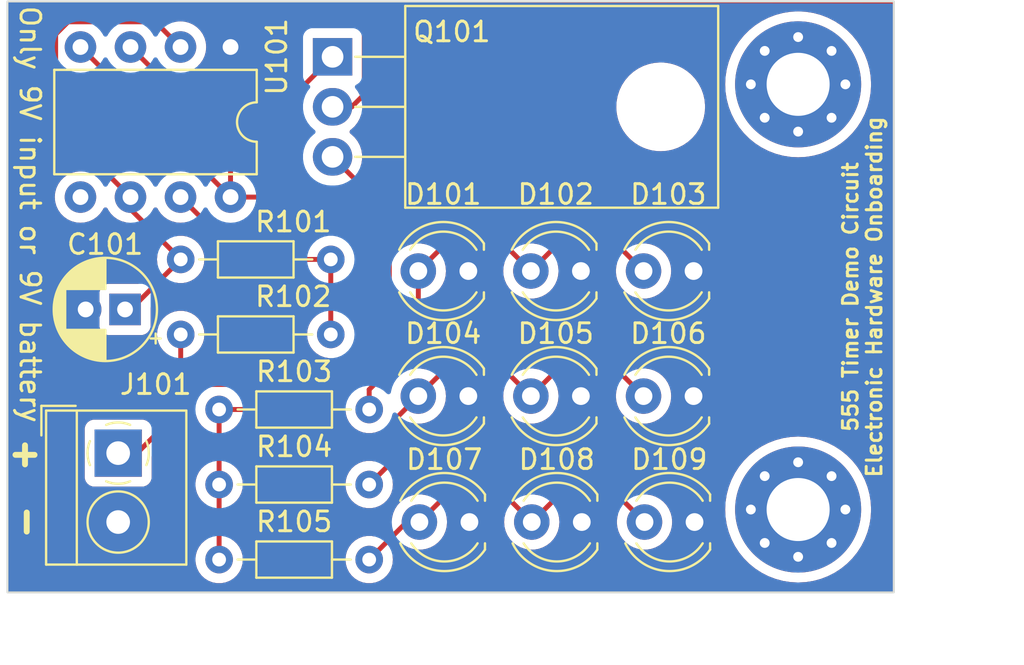
<source format=kicad_pcb>
(kicad_pcb (version 20221018) (generator pcbnew)
  (title_block (title "555 Timer Demo Circuit") (date "2023-12-22") (rev "A") (company "Illinois Space Society") (comment 4 "Contributors: Thomas McManamen, Jason Yan"))
  (layers (0 "F.Cu" signal) (31 "B.Cu" signal) (34 "B.Paste" user) (35 "F.Paste" user) (36 "B.SilkS" user "B.Silkscreen") (37 "F.SilkS" user "F.Silkscreen") (38 "B.Mask" user) (39 "F.Mask" user) (44 "Edge.Cuts" user))
  (net 0 "")
  (net 1 "/THR")
  (net 2 "GND")
  (net 3 "+9V")
  (net 4 "Net-(D101-A)")
  (net 5 "Net-(D104-A)")
  (net 6 "Net-(D107-A)")
  (net 7 "Net-(Q101-G)")
  (net 8 "Net-(U101-DIS)")
  (net 10 "Net-(Q101-S)")
  (footprint "Capacitor_THT:CP_Radial_D5.0mm_P2.00mm" (layer "F.Cu") (at 85.643 69.977 180)
    (fp_text reference "C101" (at 1.016 3.302) (layer "F.SilkS"))
    (fp_text value "10uf")
    (fp_line (start -1.804775 -1.475) (end -1.304775 -1.475) (stroke (width 0.12)) (layer "F.SilkS"))
    (fp_line (start -1.554775 -1.725) (end -1.554775 -1.225) (stroke (width 0.12)) (layer "F.SilkS"))
    (fp_line (start 1 -2.58) (end 1 -1.04) (stroke (width 0.12)) (layer "F.SilkS"))
    (fp_line (start 1 1.04) (end 1 2.58) (stroke (width 0.12)) (layer "F.SilkS"))
    (fp_line (start 1.04 -2.58) (end 1.04 -1.04) (stroke (width 0.12)) (layer "F.SilkS"))
    (fp_line (start 1.04 1.04) (end 1.04 2.58) (stroke (width 0.12)) (layer "F.SilkS"))
    (fp_line (start 1.08 -2.579) (end 1.08 -1.04) (stroke (width 0.12)) (layer "F.SilkS"))
    (fp_line (start 1.08 1.04) (end 1.08 2.579) (stroke (width 0.12)) (layer "F.SilkS"))
    (fp_line (start 1.12 -2.578) (end 1.12 -1.04) (stroke (width 0.12)) (layer "F.SilkS"))
    (fp_line (start 1.12 1.04) (end 1.12 2.578) (stroke (width 0.12)) (layer "F.SilkS"))
    (fp_line (start 1.16 -2.576) (end 1.16 -1.04) (stroke (width 0.12)) (layer "F.SilkS"))
    (fp_line (start 1.16 1.04) (end 1.16 2.576) (stroke (width 0.12)) (layer "F.SilkS"))
    (fp_line (start 1.2 -2.573) (end 1.2 -1.04) (stroke (width 0.12)) (layer "F.SilkS"))
    (fp_line (start 1.2 1.04) (end 1.2 2.573) (stroke (width 0.12)) (layer "F.SilkS"))
    (fp_line (start 1.24 -2.569) (end 1.24 -1.04) (stroke (width 0.12)) (layer "F.SilkS"))
    (fp_line (start 1.24 1.04) (end 1.24 2.569) (stroke (width 0.12)) (layer "F.SilkS"))
    (fp_line (start 1.28 -2.565) (end 1.28 -1.04) (stroke (width 0.12)) (layer "F.SilkS"))
    (fp_line (start 1.28 1.04) (end 1.28 2.565) (stroke (width 0.12)) (layer "F.SilkS"))
    (fp_line (start 1.32 -2.561) (end 1.32 -1.04) (stroke (width 0.12)) (layer "F.SilkS"))
    (fp_line (start 1.32 1.04) (end 1.32 2.561) (stroke (width 0.12)) (layer "F.SilkS"))
    (fp_line (start 1.36 -2.556) (end 1.36 -1.04) (stroke (width 0.12)) (layer "F.SilkS"))
    (fp_line (start 1.36 1.04) (end 1.36 2.556) (stroke (width 0.12)) (layer "F.SilkS"))
    (fp_line (start 1.4 -2.55) (end 1.4 -1.04) (stroke (width 0.12)) (layer "F.SilkS"))
    (fp_line (start 1.4 1.04) (end 1.4 2.55) (stroke (width 0.12)) (layer "F.SilkS"))
    (fp_line (start 1.44 -2.543) (end 1.44 -1.04) (stroke (width 0.12)) (layer "F.SilkS"))
    (fp_line (start 1.44 1.04) (end 1.44 2.543) (stroke (width 0.12)) (layer "F.SilkS"))
    (fp_line (start 1.48 -2.536) (end 1.48 -1.04) (stroke (width 0.12)) (layer "F.SilkS"))
    (fp_line (start 1.48 1.04) (end 1.48 2.536) (stroke (width 0.12)) (layer "F.SilkS"))
    (fp_line (start 1.52 -2.528) (end 1.52 -1.04) (stroke (width 0.12)) (layer "F.SilkS"))
    (fp_line (start 1.52 1.04) (end 1.52 2.528) (stroke (width 0.12)) (layer "F.SilkS"))
    (fp_line (start 1.56 -2.52) (end 1.56 -1.04) (stroke (width 0.12)) (layer "F.SilkS"))
    (fp_line (start 1.56 1.04) (end 1.56 2.52) (stroke (width 0.12)) (layer "F.SilkS"))
    (fp_line (start 1.6 -2.511) (end 1.6 -1.04) (stroke (width 0.12)) (layer "F.SilkS"))
    (fp_line (start 1.6 1.04) (end 1.6 2.511) (stroke (width 0.12)) (layer "F.SilkS"))
    (fp_line (start 1.64 -2.501) (end 1.64 -1.04) (stroke (width 0.12)) (layer "F.SilkS"))
    (fp_line (start 1.64 1.04) (end 1.64 2.501) (stroke (width 0.12)) (layer "F.SilkS"))
    (fp_line (start 1.68 -2.491) (end 1.68 -1.04) (stroke (width 0.12)) (layer "F.SilkS"))
    (fp_line (start 1.68 1.04) (end 1.68 2.491) (stroke (width 0.12)) (layer "F.SilkS"))
    (fp_line (start 1.721 -2.48) (end 1.721 -1.04) (stroke (width 0.12)) (layer "F.SilkS"))
    (fp_line (start 1.721 1.04) (end 1.721 2.48) (stroke (width 0.12)) (layer "F.SilkS"))
    (fp_line (start 1.761 -2.468) (end 1.761 -1.04) (stroke (width 0.12)) (layer "F.SilkS"))
    (fp_line (start 1.761 1.04) (end 1.761 2.468) (stroke (width 0.12)) (layer "F.SilkS"))
    (fp_line (start 1.801 -2.455) (end 1.801 -1.04) (stroke (width 0.12)) (layer "F.SilkS"))
    (fp_line (start 1.801 1.04) (end 1.801 2.455) (stroke (width 0.12)) (layer "F.SilkS"))
    (fp_line (start 1.841 -2.442) (end 1.841 -1.04) (stroke (width 0.12)) (layer "F.SilkS"))
    (fp_line (start 1.841 1.04) (end 1.841 2.442) (stroke (width 0.12)) (layer "F.SilkS"))
    (fp_line (start 1.881 -2.428) (end 1.881 -1.04) (stroke (width 0.12)) (layer "F.SilkS"))
    (fp_line (start 1.881 1.04) (end 1.881 2.428) (stroke (width 0.12)) (layer "F.SilkS"))
    (fp_line (start 1.921 -2.414) (end 1.921 -1.04) (stroke (width 0.12)) (layer "F.SilkS"))
    (fp_line (start 1.921 1.04) (end 1.921 2.414) (stroke (width 0.12)) (layer "F.SilkS"))
    (fp_line (start 1.961 -2.398) (end 1.961 -1.04) (stroke (width 0.12)) (layer "F.SilkS"))
    (fp_line (start 1.961 1.04) (end 1.961 2.398) (stroke (width 0.12)) (layer "F.SilkS"))
    (fp_line (start 2.001 -2.382) (end 2.001 -1.04) (stroke (width 0.12)) (layer "F.SilkS"))
    (fp_line (start 2.001 1.04) (end 2.001 2.382) (stroke (width 0.12)) (layer "F.SilkS"))
    (fp_line (start 2.041 -2.365) (end 2.041 -1.04) (stroke (width 0.12)) (layer "F.SilkS"))
    (fp_line (start 2.041 1.04) (end 2.041 2.365) (stroke (width 0.12)) (layer "F.SilkS"))
    (fp_line (start 2.081 -2.348) (end 2.081 -1.04) (stroke (width 0.12)) (layer "F.SilkS"))
    (fp_line (start 2.081 1.04) (end 2.081 2.348) (stroke (width 0.12)) (layer "F.SilkS"))
    (fp_line (start 2.121 -2.329) (end 2.121 -1.04) (stroke (width 0.12)) (layer "F.SilkS"))
    (fp_line (start 2.121 1.04) (end 2.121 2.329) (stroke (width 0.12)) (layer "F.SilkS"))
    (fp_line (start 2.161 -2.31) (end 2.161 -1.04) (stroke (width 0.12)) (layer "F.SilkS"))
    (fp_line (start 2.161 1.04) (end 2.161 2.31) (stroke (width 0.12)) (layer "F.SilkS"))
    (fp_line (start 2.201 -2.29) (end 2.201 -1.04) (stroke (width 0.12)) (layer "F.SilkS"))
    (fp_line (start 2.201 1.04) (end 2.201 2.29) (stroke (width 0.12)) (layer "F.SilkS"))
    (fp_line (start 2.241 -2.268) (end 2.241 -1.04) (stroke (width 0.12)) (layer "F.SilkS"))
    (fp_line (start 2.241 1.04) (end 2.241 2.268) (stroke (width 0.12)) (layer "F.SilkS"))
    (fp_line (start 2.281 -2.247) (end 2.281 -1.04) (stroke (width 0.12)) (layer "F.SilkS"))
    (fp_line (start 2.281 1.04) (end 2.281 2.247) (stroke (width 0.12)) (layer "F.SilkS"))
    (fp_line (start 2.321 -2.224) (end 2.321 -1.04) (stroke (width 0.12)) (layer "F.SilkS"))
    (fp_line (start 2.321 1.04) (end 2.321 2.224) (stroke (width 0.12)) (layer "F.SilkS"))
    (fp_line (start 2.361 -2.2) (end 2.361 -1.04) (stroke (width 0.12)) (layer "F.SilkS"))
    (fp_line (start 2.361 1.04) (end 2.361 2.2) (stroke (width 0.12)) (layer "F.SilkS"))
    (fp_line (start 2.401 -2.175) (end 2.401 -1.04) (stroke (width 0.12)) (layer "F.SilkS"))
    (fp_line (start 2.401 1.04) (end 2.401 2.175) (stroke (width 0.12)) (layer "F.SilkS"))
    (fp_line (start 2.441 -2.149) (end 2.441 -1.04) (stroke (width 0.12)) (layer "F.SilkS"))
    (fp_line (start 2.441 1.04) (end 2.441 2.149) (stroke (width 0.12)) (layer "F.SilkS"))
    (fp_line (start 2.481 -2.122) (end 2.481 -1.04) (stroke (width 0.12)) (layer "F.SilkS"))
    (fp_line (start 2.481 1.04) (end 2.481 2.122) (stroke (width 0.12)) (layer "F.SilkS"))
    (fp_line (start 2.521 -2.095) (end 2.521 -1.04) (stroke (width 0.12)) (layer "F.SilkS"))
    (fp_line (start 2.521 1.04) (end 2.521 2.095) (stroke (width 0.12)) (layer "F.SilkS"))
    (fp_line (start 2.561 -2.065) (end 2.561 -1.04) (stroke (width 0.12)) (layer "F.SilkS"))
    (fp_line (start 2.561 1.04) (end 2.561 2.065) (stroke (width 0.12)) (layer "F.SilkS"))
    (fp_line (start 2.601 -2.035) (end 2.601 -1.04) (stroke (width 0.12)) (layer "F.SilkS"))
    (fp_line (start 2.601 1.04) (end 2.601 2.035) (stroke (width 0.12)) (layer "F.SilkS"))
    (fp_line (start 2.641 -2.004) (end 2.641 -1.04) (stroke (width 0.12)) (layer "F.SilkS"))
    (fp_line (start 2.641 1.04) (end 2.641 2.004) (stroke (width 0.12)) (layer "F.SilkS"))
    (fp_line (start 2.681 -1.971) (end 2.681 -1.04) (stroke (width 0.12)) (layer "F.SilkS"))
    (fp_line (start 2.681 1.04) (end 2.681 1.971) (stroke (width 0.12)) (layer "F.SilkS"))
    (fp_line (start 2.721 -1.937) (end 2.721 -1.04) (stroke (width 0.12)) (layer "F.SilkS"))
    (fp_line (start 2.721 1.04) (end 2.721 1.937) (stroke (width 0.12)) (layer "F.SilkS"))
    (fp_line (start 2.761 -1.901) (end 2.761 -1.04) (stroke (width 0.12)) (layer "F.SilkS"))
    (fp_line (start 2.761 1.04) (end 2.761 1.901) (stroke (width 0.12)) (layer "F.SilkS"))
    (fp_line (start 2.801 -1.864) (end 2.801 -1.04) (stroke (width 0.12)) (layer "F.SilkS"))
    (fp_line (start 2.801 1.04) (end 2.801 1.864) (stroke (width 0.12)) (layer "F.SilkS"))
    (fp_line (start 2.841 -1.826) (end 2.841 -1.04) (stroke (width 0.12)) (layer "F.SilkS"))
    (fp_line (start 2.841 1.04) (end 2.841 1.826) (stroke (width 0.12)) (layer "F.SilkS"))
    (fp_line (start 2.881 -1.785) (end 2.881 -1.04) (stroke (width 0.12)) (layer "F.SilkS"))
    (fp_line (start 2.881 1.04) (end 2.881 1.785) (stroke (width 0.12)) (layer "F.SilkS"))
    (fp_line (start 2.921 -1.743) (end 2.921 -1.04) (stroke (width 0.12)) (layer "F.SilkS"))
    (fp_line (start 2.921 1.04) (end 2.921 1.743) (stroke (width 0.12)) (layer "F.SilkS"))
    (fp_line (start 2.961 -1.699) (end 2.961 -1.04) (stroke (width 0.12)) (layer "F.SilkS"))
    (fp_line (start 2.961 1.04) (end 2.961 1.699) (stroke (width 0.12)) (layer "F.SilkS"))
    (fp_line (start 3.001 -1.653) (end 3.001 -1.04) (stroke (width 0.12)) (layer "F.SilkS"))
    (fp_line (start 3.001 1.04) (end 3.001 1.653) (stroke (width 0.12)) (layer "F.SilkS"))
    (fp_line (start 3.041 -1.605) (end 3.041 1.605) (stroke (width 0.12)) (layer "F.SilkS"))
    (fp_line (start 3.081 -1.554) (end 3.081 1.554) (stroke (width 0.12)) (layer "F.SilkS"))
    (fp_line (start 3.121 -1.5) (end 3.121 1.5) (stroke (width 0.12)) (layer "F.SilkS"))
    (fp_line (start 3.161 -1.443) (end 3.161 1.443) (stroke (width 0.12)) (layer "F.SilkS"))
    (fp_line (start 3.201 -1.383) (end 3.201 1.383) (stroke (width 0.12)) (layer "F.SilkS"))
    (fp_line (start 3.241 -1.319) (end 3.241 1.319) (stroke (width 0.12)) (layer "F.SilkS"))
    (fp_line (start 3.281 -1.251) (end 3.281 1.251) (stroke (width 0.12)) (layer "F.SilkS"))
    (fp_line (start 3.321 -1.178) (end 3.321 1.178) (stroke (width 0.12)) (layer "F.SilkS"))
    (fp_line (start 3.361 -1.098) (end 3.361 1.098) (stroke (width 0.12)) (layer "F.SilkS"))
    (fp_line (start 3.401 -1.011) (end 3.401 1.011) (stroke (width 0.12)) (layer "F.SilkS"))
    (fp_line (start 3.441 -0.915) (end 3.441 0.915) (stroke (width 0.12)) (layer "F.SilkS"))
    (fp_line (start 3.481 -0.805) (end 3.481 0.805) (stroke (width 0.12)) (layer "F.SilkS"))
    (fp_line (start 3.521 -0.677) (end 3.521 0.677) (stroke (width 0.12)) (layer "F.SilkS"))
    (fp_line (start 3.561 -0.518) (end 3.561 0.518) (stroke (width 0.12)) (layer "F.SilkS"))
    (fp_line (start 3.601 -0.284) (end 3.601 0.284) (stroke (width 0.12)) (layer "F.SilkS"))
    (fp_circle (center 1 0) (end 3.62 0) (stroke (width 0.12)) (fill none) (layer "F.SilkS"))
    (pad "1" thru_hole rect (at 0 0 180) (size 1.6 1.6) (drill 0.8) (layers "*.Cu" "*.Mask") (net 1 "/THR"))
    (pad "2" thru_hole circle (at 2 0 180) (size 1.6 1.6) (drill 0.8) (layers "*.Cu" "*.Mask") (net 2 "GND"))
  )
  (footprint "TerminalBlock_4Ucon:TerminalBlock_4Ucon_1x02_P3.50mm_Horizontal" (layer "F.Cu") (at 85.294 77.272 -90)
    (fp_text reference "J101" (at -3.485 -1.905) (layer "F.SilkS"))
    (fp_text value "Terminal Block")
    (fp_line (start -2.4 2.16) (end -2.4 3.9) (stroke (width 0.12)) (layer "F.SilkS"))
    (fp_line (start -2.4 3.9) (end -0.9 3.9) (stroke (width 0.12)) (layer "F.SilkS"))
    (fp_line (start -2.16 -3.46) (end -2.16 3.66) (stroke (width 0.12)) (layer "F.SilkS"))
    (fp_line (start -2.16 -3.46) (end 5.66 -3.46) (stroke (width 0.12)) (layer "F.SilkS"))
    (fp_line (start -2.16 2.1) (end 5.66 2.1) (stroke (width 0.12)) (layer "F.SilkS"))
    (fp_line (start -2.16 3.66) (end 5.66 3.66) (stroke (width 0.12)) (layer "F.SilkS"))
    (fp_line (start 5.66 -3.46) (end 5.66 3.66) (stroke (width 0.12)) (layer "F.SilkS"))
    (fp_arc (start -1.432109 0.607742) (mid -1.555727 -0.00014) (end -1.432 -0.608) (stroke (width 0.12)) (layer "F.SilkS"))
    (fp_arc (start -0.607742 -1.432109) (mid 0.00014 -1.555727) (end 0.608 -1.432) (stroke (width 0.12)) (layer "F.SilkS"))
    (fp_arc (start 0.027011 1.555493) (mid -0.296984 1.527118) (end -0.608 1.432) (stroke (width 0.12)) (layer "F.SilkS"))
    (fp_arc (start 0.607587 1.431385) (mid 0.310017 1.523783) (end 0 1.555) (stroke (width 0.12)) (layer "F.SilkS"))
    (fp_arc (start 1.432109 -0.607742) (mid 1.555727 0.00014) (end 1.432 0.608) (stroke (width 0.12)) (layer "F.SilkS"))
    (fp_circle (center 3.5 0) (end 5.055 0) (stroke (width 0.12)) (fill none) (layer "F.SilkS"))
    (pad "1" thru_hole rect (at 0 0 270) (size 2.4 2.4) (drill 1.2) (layers "*.Cu" "*.Mask") (net 3 "+9V"))
    (pad "2" thru_hole circle (at 3.5 0 270) (size 2.4 2.4) (drill 1.2) (layers "*.Cu" "*.Mask") (net 2 "GND"))
  )
  (footprint "LED_THT:LED_D4.0mm" (layer "F.Cu") (at 108.789 74.377 180)
    (fp_text reference "D105" (at 1.275 3.175) (layer "F.SilkS"))
    (fp_text value "Blue")
    (fp_line (start -0.79 -1.399) (end -0.79 -1.08) (stroke (width 0.12)) (layer "F.SilkS"))
    (fp_line (start -0.79 1.08) (end -0.79 1.399) (stroke (width 0.12)) (layer "F.SilkS"))
    (fp_arc (start -0.79 -1.398749) (mid 1.453519 -2.483228) (end 3.513242 -1.080724) (stroke (width 0.12)) (layer "F.SilkS"))
    (fp_arc (start -0.41333 -1.08) (mid 1.269429 -2) (end 2.952713 -1.080961) (stroke (width 0.12)) (layer "F.SilkS"))
    (fp_arc (start 2.952713 1.080961) (mid 1.269429 2) (end -0.41333 1.08) (stroke (width 0.12)) (layer "F.SilkS"))
    (fp_arc (start 3.513242 1.080724) (mid 1.453519 2.483228) (end -0.79 1.398749) (stroke (width 0.12)) (layer "F.SilkS"))
    (pad "1" thru_hole rect (at 0 0 180) (size 1.8 1.8) (drill 0.9) (layers "*.Cu" "*.Mask") (net 2 "GND"))
    (pad "2" thru_hole circle (at 2.54 0 180) (size 1.8 1.8) (drill 0.9) (layers "*.Cu" "*.Mask") (net 5 "Net-(D104-A)"))
  )
  (footprint "MountingHole:MountingHole_3.2mm_M3_Pad_Via" (layer "F.Cu") (at 119.819 80.137)
    (fp_text reference "H102" hide)
    (fp_text value "MountingHole")
    (pad "1" thru_hole circle (at -2.4 0) (size 0.8 0.8) (drill 0.5) (layers "*.Cu" "*.Mask"))
    (pad "1" thru_hole circle (at -1.697056 -1.697056) (size 0.8 0.8) (drill 0.5) (layers "*.Cu" "*.Mask"))
    (pad "1" thru_hole circle (at -1.697056 1.697056) (size 0.8 0.8) (drill 0.5) (layers "*.Cu" "*.Mask"))
    (pad "1" thru_hole circle (at 0 -2.4) (size 0.8 0.8) (drill 0.5) (layers "*.Cu" "*.Mask"))
    (pad "1" thru_hole circle (at 0 0) (size 6.4 6.4) (drill 3.2) (layers "*.Cu" "*.Mask"))
    (pad "1" thru_hole circle (at 0 2.4) (size 0.8 0.8) (drill 0.5) (layers "*.Cu" "*.Mask"))
    (pad "1" thru_hole circle (at 1.697056 -1.697056) (size 0.8 0.8) (drill 0.5) (layers "*.Cu" "*.Mask"))
    (pad "1" thru_hole circle (at 1.697056 1.697056) (size 0.8 0.8) (drill 0.5) (layers "*.Cu" "*.Mask"))
    (pad "1" thru_hole circle (at 2.4 0) (size 0.8 0.8) (drill 0.5) (layers "*.Cu" "*.Mask"))
  )
  (footprint "Package_DIP:DIP-8_W7.62mm" (layer "F.Cu") (at 90.999 56.652 -90)
    (fp_text reference "U101" (at 0.498 -2.346 -90) (layer "F.SilkS"))
    (fp_text value "LM555xN")
    (fp_line (start 1.16 -1.33) (end 1.16 8.95) (stroke (width 0.12)) (layer "F.SilkS"))
    (fp_line (start 1.16 8.95) (end 6.46 8.95) (stroke (width 0.12)) (layer "F.SilkS"))
    (fp_line (start 2.81 -1.33) (end 1.16 -1.33) (stroke (width 0.12)) (layer "F.SilkS"))
    (fp_line (start 6.46 -1.33) (end 4.81 -1.33) (stroke (width 0.12)) (layer "F.SilkS"))
    (fp_line (start 6.46 8.95) (end 6.46 -1.33) (stroke (width 0.12)) (layer "F.SilkS"))
    (fp_arc (start 4.81 -1.33) (mid 3.81 -0.33) (end 2.81 -1.33) (stroke (width 0.12)) (layer "F.SilkS"))
    (pad "1" thru_hole rect (at 0 0 270) (size 1.6 1.6) (drill 0.8) (layers "*.Cu" "*.Mask") (net 2 "GND"))
    (pad "2" thru_hole oval (at 0 2.54 270) (size 1.6 1.6) (drill 0.8) (layers "*.Cu" "*.Mask") (net 1 "/THR"))
    (pad "3" thru_hole oval (at 0 5.08 270) (size 1.6 1.6) (drill 0.8) (layers "*.Cu" "*.Mask") (net 7 "Net-(Q101-G)"))
    (pad "4" thru_hole oval (at 0 7.62 270) (size 1.6 1.6) (drill 0.8) (layers "*.Cu" "*.Mask") (net 3 "+9V"))
    (pad "5" thru_hole oval (at 7.62 7.62 270) (size 1.6 1.6) (drill 0.8) (layers "*.Cu" "*.Mask"))
    (pad "6" thru_hole oval (at 7.62 5.08 270) (size 1.6 1.6) (drill 0.8) (layers "*.Cu" "*.Mask") (net 1 "/THR"))
    (pad "7" thru_hole oval (at 7.62 2.54 270) (size 1.6 1.6) (drill 0.8) (layers "*.Cu" "*.Mask") (net 8 "Net-(U101-DIS)"))
    (pad "8" thru_hole oval (at 7.62 0 270) (size 1.6 1.6) (drill 0.8) (layers "*.Cu" "*.Mask") (net 3 "+9V"))
  )
  (footprint "LED_THT:LED_D4.0mm" (layer "F.Cu") (at 114.559 80.772 180)
    (fp_text reference "D109" (at 1.28 3.175) (layer "F.SilkS"))
    (fp_text value "Green")
    (fp_line (start -0.79 -1.399) (end -0.79 -1.08) (stroke (width 0.12)) (layer "F.SilkS"))
    (fp_line (start -0.79 1.08) (end -0.79 1.399) (stroke (width 0.12)) (layer "F.SilkS"))
    (fp_arc (start -0.79 -1.398749) (mid 1.453519 -2.483228) (end 3.513242 -1.080724) (stroke (width 0.12)) (layer "F.SilkS"))
    (fp_arc (start -0.41333 -1.08) (mid 1.269429 -2) (end 2.952713 -1.080961) (stroke (width 0.12)) (layer "F.SilkS"))
    (fp_arc (start 2.952713 1.080961) (mid 1.269429 2) (end -0.41333 1.08) (stroke (width 0.12)) (layer "F.SilkS"))
    (fp_arc (start 3.513242 1.080724) (mid 1.453519 2.483228) (end -0.79 1.398749) (stroke (width 0.12)) (layer "F.SilkS"))
    (pad "1" thru_hole rect (at 0 0 180) (size 1.8 1.8) (drill 0.9) (layers "*.Cu" "*.Mask") (net 2 "GND"))
    (pad "2" thru_hole circle (at 2.54 0 180) (size 1.8 1.8) (drill 0.9) (layers "*.Cu" "*.Mask") (net 6 "Net-(D107-A)"))
  )
  (footprint "Resistor_THT:R_Axial_DIN0204_L3.6mm_D1.6mm_P7.62mm_Horizontal" (layer "F.Cu") (at 90.419 78.867)
    (fp_text reference "R104" (at 3.81 -1.92) (layer "F.SilkS"))
    (fp_text value "500")
    (fp_line (start 0.94 0) (end 1.89 0) (stroke (width 0.12)) (layer "F.SilkS"))
    (fp_line (start 1.89 -0.92) (end 1.89 0.92) (stroke (width 0.12)) (layer "F.SilkS"))
    (fp_line (start 1.89 0.92) (end 5.73 0.92) (stroke (width 0.12)) (layer "F.SilkS"))
    (fp_line (start 5.73 -0.92) (end 1.89 -0.92) (stroke (width 0.12)) (layer "F.SilkS"))
    (fp_line (start 5.73 0.92) (end 5.73 -0.92) (stroke (width 0.12)) (layer "F.SilkS"))
    (fp_line (start 6.68 0) (end 5.73 0) (stroke (width 0.12)) (layer "F.SilkS"))
    (pad "1" thru_hole circle (at 0 0) (size 1.4 1.4) (drill 0.7) (layers "*.Cu" "*.Mask") (net 10 "Net-(Q101-S)"))
    (pad "2" thru_hole oval (at 7.62 0) (size 1.4 1.4) (drill 0.7) (layers "*.Cu" "*.Mask") (net 5 "Net-(D104-A)"))
  )
  (footprint "Resistor_THT:R_Axial_DIN0204_L3.6mm_D1.6mm_P7.62mm_Horizontal" (layer "F.Cu") (at 96.089 67.437 180)
    (fp_text reference "R101" (at 1.905 1.905) (layer "F.SilkS"))
    (fp_text value "50K")
    (fp_line (start 0.94 0) (end 1.89 0) (stroke (width 0.12)) (layer "F.SilkS"))
    (fp_line (start 1.89 -0.92) (end 1.89 0.92) (stroke (width 0.12)) (layer "F.SilkS"))
    (fp_line (start 1.89 0.92) (end 5.73 0.92) (stroke (width 0.12)) (layer "F.SilkS"))
    (fp_line (start 5.73 -0.92) (end 1.89 -0.92) (stroke (width 0.12)) (layer "F.SilkS"))
    (fp_line (start 5.73 0.92) (end 5.73 -0.92) (stroke (width 0.12)) (layer "F.SilkS"))
    (fp_line (start 6.68 0) (end 5.73 0) (stroke (width 0.12)) (layer "F.SilkS"))
    (pad "1" thru_hole circle (at 0 0 180) (size 1.4 1.4) (drill 0.7) (layers "*.Cu" "*.Mask") (net 8 "Net-(U101-DIS)"))
    (pad "2" thru_hole oval (at 7.62 0 180) (size 1.4 1.4) (drill 0.7) (layers "*.Cu" "*.Mask") (net 1 "/THR"))
  )
  (footprint "LED_THT:LED_D4.0mm" (layer "F.Cu") (at 114.509 68.027 180)
    (fp_text reference "D103" (at 1.28 3.892) (layer "F.SilkS"))
    (fp_text value "Green")
    (fp_line (start -0.79 -1.399) (end -0.79 -1.08) (stroke (width 0.12)) (layer "F.SilkS"))
    (fp_line (start -0.79 1.08) (end -0.79 1.399) (stroke (width 0.12)) (layer "F.SilkS"))
    (fp_arc (start -0.79 -1.398749) (mid 1.453519 -2.483228) (end 3.513242 -1.080724) (stroke (width 0.12)) (layer "F.SilkS"))
    (fp_arc (start -0.41333 -1.08) (mid 1.269429 -2) (end 2.952713 -1.080961) (stroke (width 0.12)) (layer "F.SilkS"))
    (fp_arc (start 2.952713 1.080961) (mid 1.269429 2) (end -0.41333 1.08) (stroke (width 0.12)) (layer "F.SilkS"))
    (fp_arc (start 3.513242 1.080724) (mid 1.453519 2.483228) (end -0.79 1.398749) (stroke (width 0.12)) (layer "F.SilkS"))
    (pad "1" thru_hole rect (at 0 0 180) (size 1.8 1.8) (drill 0.9) (layers "*.Cu" "*.Mask") (net 2 "GND"))
    (pad "2" thru_hole circle (at 2.54 0 180) (size 1.8 1.8) (drill 0.9) (layers "*.Cu" "*.Mask") (net 4 "Net-(D101-A)"))
  )
  (footprint "Package_TO_SOT_THT:TO-220-3_Horizontal_TabDown" (layer "F.Cu") (at 96.18 57.15 -90)
    (fp_text reference "Q101" (at -1.27 -6.055) (layer "F.SilkS"))
    (fp_text value "NMOS")
    (fp_line (start -2.58 -19.58) (end -2.58 -3.69) (stroke (width 0.12)) (layer "F.SilkS"))
    (fp_line (start -2.58 -19.58) (end 7.66 -19.58) (stroke (width 0.12)) (layer "F.SilkS"))
    (fp_line (start -2.58 -3.69) (end 7.66 -3.69) (stroke (width 0.12)) (layer "F.SilkS"))
    (fp_line (start 0 -3.69) (end 0 -1.15) (stroke (width 0.12)) (layer "F.SilkS"))
    (fp_line (start 2.54 -3.69) (end 2.54 -1.15) (stroke (width 0.12)) (layer "F.SilkS"))
    (fp_line (start 5.08 -3.69) (end 5.08 -1.15) (stroke (width 0.12)) (layer "F.SilkS"))
    (fp_line (start 7.66 -19.58) (end 7.66 -3.69) (stroke (width 0.12)) (layer "F.SilkS"))
    (pad "" np_thru_hole oval (at 2.54 -16.66 270) (size 3.5 3.5) (drill 3.5) (layers "*.Cu" "*.Mask"))
    (pad "1" thru_hole rect (at 0 0 270) (size 1.905 2) (drill 1.1) (layers "*.Cu" "*.Mask") (net 3 "+9V"))
    (pad "2" thru_hole oval (at 2.54 0 270) (size 1.905 2) (drill 1.1) (layers "*.Cu" "*.Mask") (net 7 "Net-(Q101-G)"))
    (pad "3" thru_hole oval (at 5.08 0 270) (size 1.905 2) (drill 1.1) (layers "*.Cu" "*.Mask") (net 10 "Net-(Q101-S)"))
  )
  (footprint "LED_THT:LED_D4.0mm" (layer "F.Cu") (at 103.074 74.377 180)
    (fp_text reference "D104" (at 1.275 3.175) (layer "F.SilkS"))
    (fp_text value "Red")
    (fp_line (start -0.79 -1.399) (end -0.79 -1.08) (stroke (width 0.12)) (layer "F.SilkS"))
    (fp_line (start -0.79 1.08) (end -0.79 1.399) (stroke (width 0.12)) (layer "F.SilkS"))
    (fp_arc (start -0.79 -1.398749) (mid 1.453519 -2.483228) (end 3.513242 -1.080724) (stroke (width 0.12)) (layer "F.SilkS"))
    (fp_arc (start -0.41333 -1.08) (mid 1.269429 -2) (end 2.952713 -1.080961) (stroke (width 0.12)) (layer "F.SilkS"))
    (fp_arc (start 2.952713 1.080961) (mid 1.269429 2) (end -0.41333 1.08) (stroke (width 0.12)) (layer "F.SilkS"))
    (fp_arc (start 3.513242 1.080724) (mid 1.453519 2.483228) (end -0.79 1.398749) (stroke (width 0.12)) (layer "F.SilkS"))
    (pad "1" thru_hole rect (at 0 0 180) (size 1.8 1.8) (drill 0.9) (layers "*.Cu" "*.Mask") (net 2 "GND"))
    (pad "2" thru_hole circle (at 2.54 0 180) (size 1.8 1.8) (drill 0.9) (layers "*.Cu" "*.Mask") (net 5 "Net-(D104-A)"))
  )
  (footprint "LED_THT:LED_D4.0mm" (layer "F.Cu") (at 114.509 74.377 180)
    (fp_text reference "D106" (at 1.28 3.175) (layer "F.SilkS"))
    (fp_text value "Green")
    (fp_line (start -0.79 -1.399) (end -0.79 -1.08) (stroke (width 0.12)) (layer "F.SilkS"))
    (fp_line (start -0.79 1.08) (end -0.79 1.399) (stroke (width 0.12)) (layer "F.SilkS"))
    (fp_arc (start -0.79 -1.398749) (mid 1.453519 -2.483228) (end 3.513242 -1.080724) (stroke (width 0.12)) (layer "F.SilkS"))
    (fp_arc (start -0.41333 -1.08) (mid 1.269429 -2) (end 2.952713 -1.080961) (stroke (width 0.12)) (layer "F.SilkS"))
    (fp_arc (start 2.952713 1.080961) (mid 1.269429 2) (end -0.41333 1.08) (stroke (width 0.12)) (layer "F.SilkS"))
    (fp_arc (start 3.513242 1.080724) (mid 1.453519 2.483228) (end -0.79 1.398749) (stroke (width 0.12)) (layer "F.SilkS"))
    (pad "1" thru_hole rect (at 0 0 180) (size 1.8 1.8) (drill 0.9) (layers "*.Cu" "*.Mask") (net 2 "GND"))
    (pad "2" thru_hole circle (at 2.54 0 180) (size 1.8 1.8) (drill 0.9) (layers "*.Cu" "*.Mask") (net 5 "Net-(D104-A)"))
  )
  (footprint "Resistor_THT:R_Axial_DIN0204_L3.6mm_D1.6mm_P7.62mm_Horizontal" (layer "F.Cu") (at 90.419 75.057)
    (fp_text reference "R103" (at 3.81 -1.92) (layer "F.SilkS"))
    (fp_text value "500")
    (fp_line (start 0.94 0) (end 1.89 0) (stroke (width 0.12)) (layer "F.SilkS"))
    (fp_line (start 1.89 -0.92) (end 1.89 0.92) (stroke (width 0.12)) (layer "F.SilkS"))
    (fp_line (start 1.89 0.92) (end 5.73 0.92) (stroke (width 0.12)) (layer "F.SilkS"))
    (fp_line (start 5.73 -0.92) (end 1.89 -0.92) (stroke (width 0.12)) (layer "F.SilkS"))
    (fp_line (start 5.73 0.92) (end 5.73 -0.92) (stroke (width 0.12)) (layer "F.SilkS"))
    (fp_line (start 6.68 0) (end 5.73 0) (stroke (width 0.12)) (layer "F.SilkS"))
    (pad "1" thru_hole circle (at 0 0) (size 1.4 1.4) (drill 0.7) (layers "*.Cu" "*.Mask") (net 10 "Net-(Q101-S)"))
    (pad "2" thru_hole oval (at 7.62 0) (size 1.4 1.4) (drill 0.7) (layers "*.Cu" "*.Mask") (net 4 "Net-(D101-A)"))
  )
  (footprint "MountingHole:MountingHole_3.2mm_M3_Pad_Via" (layer "F.Cu") (at 119.819 58.547)
    (fp_text reference "H101" hide)
    (fp_text value "MountingHole")
    (pad "1" thru_hole circle (at -2.4 0) (size 0.8 0.8) (drill 0.5) (layers "*.Cu" "*.Mask"))
    (pad "1" thru_hole circle (at -1.697056 -1.697056) (size 0.8 0.8) (drill 0.5) (layers "*.Cu" "*.Mask"))
    (pad "1" thru_hole circle (at -1.697056 1.697056) (size 0.8 0.8) (drill 0.5) (layers "*.Cu" "*.Mask"))
    (pad "1" thru_hole circle (at 0 -2.4) (size 0.8 0.8) (drill 0.5) (layers "*.Cu" "*.Mask"))
    (pad "1" thru_hole circle (at 0 0) (size 6.4 6.4) (drill 3.2) (layers "*.Cu" "*.Mask"))
    (pad "1" thru_hole circle (at 0 2.4) (size 0.8 0.8) (drill 0.5) (layers "*.Cu" "*.Mask"))
    (pad "1" thru_hole circle (at 1.697056 -1.697056) (size 0.8 0.8) (drill 0.5) (layers "*.Cu" "*.Mask"))
    (pad "1" thru_hole circle (at 1.697056 1.697056) (size 0.8 0.8) (drill 0.5) (layers "*.Cu" "*.Mask"))
    (pad "1" thru_hole circle (at 2.4 0) (size 0.8 0.8) (drill 0.5) (layers "*.Cu" "*.Mask"))
  )
  (footprint "LED_THT:LED_D4.0mm" (layer "F.Cu") (at 108.834 80.772 180)
    (fp_text reference "D108" (at 1.27 3.175) (layer "F.SilkS"))
    (fp_text value "Blue")
    (fp_line (start -0.79 -1.399) (end -0.79 -1.08) (stroke (width 0.12)) (layer "F.SilkS"))
    (fp_line (start -0.79 1.08) (end -0.79 1.399) (stroke (width 0.12)) (layer "F.SilkS"))
    (fp_arc (start -0.79 -1.398749) (mid 1.453519 -2.483228) (end 3.513242 -1.080724) (stroke (width 0.12)) (layer "F.SilkS"))
    (fp_arc (start -0.41333 -1.08) (mid 1.269429 -2) (end 2.952713 -1.080961) (stroke (width 0.12)) (layer "F.SilkS"))
    (fp_arc (start 2.952713 1.080961) (mid 1.269429 2) (end -0.41333 1.08) (stroke (width 0.12)) (layer "F.SilkS"))
    (fp_arc (start 3.513242 1.080724) (mid 1.453519 2.483228) (end -0.79 1.398749) (stroke (width 0.12)) (layer "F.SilkS"))
    (pad "1" thru_hole rect (at 0 0 180) (size 1.8 1.8) (drill 0.9) (layers "*.Cu" "*.Mask") (net 2 "GND"))
    (pad "2" thru_hole circle (at 2.54 0 180) (size 1.8 1.8) (drill 0.9) (layers "*.Cu" "*.Mask") (net 6 "Net-(D107-A)"))
  )
  (footprint "LED_THT:LED_D4.0mm" (layer "F.Cu") (at 103.074 68.027 180)
    (fp_text reference "D101" (at 1.275 3.892) (layer "F.SilkS"))
    (fp_text value "Red")
    (fp_line (start -0.79 -1.399) (end -0.79 -1.08) (stroke (width 0.12)) (layer "F.SilkS"))
    (fp_line (start -0.79 1.08) (end -0.79 1.399) (stroke (width 0.12)) (layer "F.SilkS"))
    (fp_arc (start -0.79 -1.398749) (mid 1.453519 -2.483228) (end 3.513242 -1.080724) (stroke (width 0.12)) (layer "F.SilkS"))
    (fp_arc (start -0.41333 -1.08) (mid 1.269429 -2) (end 2.952713 -1.080961) (stroke (width 0.12)) (layer "F.SilkS"))
    (fp_arc (start 2.952713 1.080961) (mid 1.269429 2) (end -0.41333 1.08) (stroke (width 0.12)) (layer "F.SilkS"))
    (fp_arc (start 3.513242 1.080724) (mid 1.453519 2.483228) (end -0.79 1.398749) (stroke (width 0.12)) (layer "F.SilkS"))
    (pad "1" thru_hole rect (at 0 0 180) (size 1.8 1.8) (drill 0.9) (layers "*.Cu" "*.Mask") (net 2 "GND"))
    (pad "2" thru_hole circle (at 2.54 0 180) (size 1.8 1.8) (drill 0.9) (layers "*.Cu" "*.Mask") (net 4 "Net-(D101-A)"))
  )
  (footprint "Resistor_THT:R_Axial_DIN0204_L3.6mm_D1.6mm_P7.62mm_Horizontal" (layer "F.Cu") (at 90.419 82.677)
    (fp_text reference "R105" (at 3.81 -1.92) (layer "F.SilkS"))
    (fp_text value "500")
    (fp_line (start 0.94 0) (end 1.89 0) (stroke (width 0.12)) (layer "F.SilkS"))
    (fp_line (start 1.89 -0.92) (end 1.89 0.92) (stroke (width 0.12)) (layer "F.SilkS"))
    (fp_line (start 1.89 0.92) (end 5.73 0.92) (stroke (width 0.12)) (layer "F.SilkS"))
    (fp_line (start 5.73 -0.92) (end 1.89 -0.92) (stroke (width 0.12)) (layer "F.SilkS"))
    (fp_line (start 5.73 0.92) (end 5.73 -0.92) (stroke (width 0.12)) (layer "F.SilkS"))
    (fp_line (start 6.68 0) (end 5.73 0) (stroke (width 0.12)) (layer "F.SilkS"))
    (pad "1" thru_hole circle (at 0 0) (size 1.4 1.4) (drill 0.7) (layers "*.Cu" "*.Mask") (net 10 "Net-(Q101-S)"))
    (pad "2" thru_hole oval (at 7.62 0) (size 1.4 1.4) (drill 0.7) (layers "*.Cu" "*.Mask") (net 6 "Net-(D107-A)"))
  )
  (footprint "LED_THT:LED_D4.0mm" (layer "F.Cu") (at 108.789 68.027 180)
    (fp_text reference "D102" (at 1.275 3.892) (layer "F.SilkS"))
    (fp_text value "Blue")
    (fp_line (start -0.79 -1.399) (end -0.79 -1.08) (stroke (width 0.12)) (layer "F.SilkS"))
    (fp_line (start -0.79 1.08) (end -0.79 1.399) (stroke (width 0.12)) (layer "F.SilkS"))
    (fp_arc (start -0.79 -1.398749) (mid 1.453519 -2.483228) (end 3.513242 -1.080724) (stroke (width 0.12)) (layer "F.SilkS"))
    (fp_arc (start -0.41333 -1.08) (mid 1.269429 -2) (end 2.952713 -1.080961) (stroke (width 0.12)) (layer "F.SilkS"))
    (fp_arc (start 2.952713 1.080961) (mid 1.269429 2) (end -0.41333 1.08) (stroke (width 0.12)) (layer "F.SilkS"))
    (fp_arc (start 3.513242 1.080724) (mid 1.453519 2.483228) (end -0.79 1.398749) (stroke (width 0.12)) (layer "F.SilkS"))
    (pad "1" thru_hole rect (at 0 0 180) (size 1.8 1.8) (drill 0.9) (layers "*.Cu" "*.Mask") (net 2 "GND"))
    (pad "2" thru_hole circle (at 2.54 0 180) (size 1.8 1.8) (drill 0.9) (layers "*.Cu" "*.Mask") (net 4 "Net-(D101-A)"))
  )
  (footprint "LED_THT:LED_D4.0mm" (layer "F.Cu") (at 103.129 80.772 180)
    (fp_text reference "D107" (at 1.28 3.175) (layer "F.SilkS"))
    (fp_text value "Red")
    (fp_line (start -0.79 -1.399) (end -0.79 -1.08) (stroke (width 0.12)) (layer "F.SilkS"))
    (fp_line (start -0.79 1.08) (end -0.79 1.399) (stroke (width 0.12)) (layer "F.SilkS"))
    (fp_arc (start -0.79 -1.398749) (mid 1.453519 -2.483228) (end 3.513242 -1.080724) (stroke (width 0.12)) (layer "F.SilkS"))
    (fp_arc (start -0.41333 -1.08) (mid 1.269429 -2) (end 2.952713 -1.080961) (stroke (width 0.12)) (layer "F.SilkS"))
    (fp_arc (start 2.952713 1.080961) (mid 1.269429 2) (end -0.41333 1.08) (stroke (width 0.12)) (layer "F.SilkS"))
    (fp_arc (start 3.513242 1.080724) (mid 1.453519 2.483228) (end -0.79 1.398749) (stroke (width 0.12)) (layer "F.SilkS"))
    (pad "1" thru_hole rect (at 0 0 180) (size 1.8 1.8) (drill 0.9) (layers "*.Cu" "*.Mask") (net 2 "GND"))
    (pad "2" thru_hole circle (at 2.54 0 180) (size 1.8 1.8) (drill 0.9) (layers "*.Cu" "*.Mask") (net 6 "Net-(D107-A)"))
  )
  (footprint "Resistor_THT:R_Axial_DIN0204_L3.6mm_D1.6mm_P7.62mm_Horizontal" (layer "F.Cu") (at 88.469 71.247)
    (fp_text reference "R102" (at 5.715 -1.92) (layer "F.SilkS"))
    (fp_text value "50K")
    (fp_line (start 0.94 0) (end 1.89 0) (stroke (width 0.12)) (layer "F.SilkS"))
    (fp_line (start 1.89 -0.92) (end 1.89 0.92) (stroke (width 0.12)) (layer "F.SilkS"))
    (fp_line (start 1.89 0.92) (end 5.73 0.92) (stroke (width 0.12)) (layer "F.SilkS"))
    (fp_line (start 5.73 -0.92) (end 1.89 -0.92) (stroke (width 0.12)) (layer "F.SilkS"))
    (fp_line (start 5.73 0.92) (end 5.73 -0.92) (stroke (width 0.12)) (layer "F.SilkS"))
    (fp_line (start 6.68 0) (end 5.73 0) (stroke (width 0.12)) (layer "F.SilkS"))
    (pad "1" thru_hole circle (at 0 0) (size 1.4 1.4) (drill 0.7) (layers "*.Cu" "*.Mask") (net 3 "+9V"))
    (pad "2" thru_hole oval (at 7.62 0) (size 1.4 1.4) (drill 0.7) (layers "*.Cu" "*.Mask") (net 8 "Net-(U101-DIS)"))
  )
  (gr_rect (start 79.674 54.342) (end 124.674 84.342) (stroke (width 0.1)) (fill none) (layer "Edge.Cuts"))
  (gr_text "-" (at 80.563 80.772001 90) (layer "F.SilkS") (effects (font (size 1.27 1.27) (thickness 0.3) bold)))
  (gr_text "+" (at 80.563 77.272) (layer "F.SilkS") (effects (font (size 1.27 1.27) (thickness 0.3) bold)))
  (gr_text "Only 9V input or 9V battery" (at 80.817 65.151 -90) (layer "F.SilkS") (effects (font (size 1 1))))
  (gr_text "555 Timer Demo Circuit\nElectronic Hardware Onboarding" (at 124.124 69.342 90) (layer "F.SilkS") (effects (font (size 0.75 0.75) (thickness 0.15) bold) (justify bottom)))
  (segment (start 82.119 56.007) (end 82.754 55.372) (width 0.25) (layer "F.Cu") (net 1))
  (segment (start 85.929 69.977) (end 88.469 67.437) (width 0.25) (layer "F.Cu") (net 1))
  (segment (start 82.754 55.372) (end 87.179 55.372) (width 0.25) (layer "F.Cu") (net 1))
  (segment (start 82.119 60.472) (end 82.119 56.007) (width 0.25) (layer "F.Cu") (net 1))
  (segment (start 85.919 64.887) (end 85.919 64.272) (width 0.25) (layer "F.Cu") (net 1))
  (segment (start 85.919 64.272) (end 82.119 60.472) (width 0.25) (layer "F.Cu") (net 1))
  (segment (start 85.643 69.977) (end 85.929 69.977) (width 0.25) (layer "F.Cu") (net 1))
  (segment (start 88.469 67.437) (end 85.919 64.887) (width 0.25) (layer "F.Cu") (net 1))
  (segment (start 87.179 55.372) (end 88.459 56.652) (width 0.25) (layer "F.Cu") (net 1))
  (segment (start 88.469 75.057) (end 89.739 73.787) (width 0.25) (layer "F.Cu") (net 3))
  (segment (start 90.999 62.331) (end 96.18 57.15) (width 0.25) (layer "F.Cu") (net 3))
  (segment (start 89.739 73.787) (end 95.758 73.787) (width 0.25) (layer "F.Cu") (net 3))
  (segment (start 85.294 77.272) (end 86.254 77.272) (width 0.25) (layer "F.Cu") (net 3))
  (segment (start 90.999 64.272) (end 90.999 62.331) (width 0.25) (layer "F.Cu") (net 3))
  (segment (start 86.254 77.272) (end 88.469 75.057) (width 0.25) (layer "F.Cu") (net 3))
  (segment (start 88.469 75.057) (end 88.469 71.247) (width 0.25) (layer "F.Cu") (net 3))
  (segment (start 96.022 64.272) (end 90.999 64.272) (width 0.25) (layer "F.Cu") (net 3))
  (segment (start 95.758 73.787) (end 97.79 71.755) (width 0.25) (layer "F.Cu") (net 3))
  (segment (start 97.79 66.04) (end 96.022 64.272) (width 0.25) (layer "F.Cu") (net 3))
  (segment (start 97.79 71.755) (end 97.79 66.04) (width 0.25) (layer "F.Cu") (net 3))
  (segment (start 83.379 56.652) (end 90.999 64.272) (width 0.25) (layer "F.Cu") (net 3))
  (segment (start 106.249 68.027) (end 107.474 66.802) (width 0.25) (layer "F.Cu") (net 4))
  (segment (start 107.474 66.802) (end 110.744 66.802) (width 0.25) (layer "F.Cu") (net 4))
  (segment (start 105.024 66.802) (end 106.249 68.027) (width 0.25) (layer "F.Cu") (net 4))
  (segment (start 100.534 68.027) (end 101.759 66.802) (width 0.25) (layer "F.Cu") (net 4))
  (segment (start 110.744 66.802) (end 111.969 68.027) (width 0.25) (layer "F.Cu") (net 4))
  (segment (start 98.039 75.057) (end 98.039 74.046) (width 0.25) (layer "F.Cu") (net 4))
  (segment (start 98.039 74.046) (end 100.534 71.551) (width 0.25) (layer "F.Cu") (net 4))
  (segment (start 101.759 66.802) (end 105.024 66.802) (width 0.25) (layer "F.Cu") (net 4))
  (segment (start 100.534 71.551) (end 100.534 68.027) (width 0.25) (layer "F.Cu") (net 4))
  (segment (start 110.744 73.152) (end 111.969 74.377) (width 0.25) (layer "F.Cu") (net 5))
  (segment (start 100.534 74.377) (end 101.759 73.152) (width 0.25) (layer "F.Cu") (net 5))
  (segment (start 99.309 77.597) (end 99.309 75.602) (width 0.25) (layer "F.Cu") (net 5))
  (segment (start 99.309 75.602) (end 100.534 74.377) (width 0.25) (layer "F.Cu") (net 5))
  (segment (start 105.024 73.152) (end 106.249 74.377) (width 0.25) (layer "F.Cu") (net 5))
  (segment (start 106.249 74.377) (end 107.474 73.152) (width 0.25) (layer "F.Cu") (net 5))
  (segment (start 107.474 73.152) (end 110.744 73.152) (width 0.25) (layer "F.Cu") (net 5))
  (segment (start 98.039 78.867) (end 99.309 77.597) (width 0.25) (layer "F.Cu") (net 5))
  (segment (start 101.759 73.152) (end 105.024 73.152) (width 0.25) (layer "F.Cu") (net 5))
  (segment (start 99.944 80.772) (end 100.589 80.772) (width 0.25) (layer "F.Cu") (net 6))
  (segment (start 100.589 80.772) (end 101.814 79.547) (width 0.25) (layer "F.Cu") (net 6))
  (segment (start 98.039 82.677) (end 99.944 80.772) (width 0.25) (layer "F.Cu") (net 6))
  (segment (start 110.794 79.547) (end 112.019 80.772) (width 0.25) (layer "F.Cu") (net 6))
  (segment (start 101.814 79.547) (end 105.079 79.547) (width 0.25) (layer "F.Cu") (net 6))
  (segment (start 106.304 80.772) (end 107.529 79.547) (width 0.25) (layer "F.Cu") (net 6))
  (segment (start 105.079 79.547) (end 106.304 80.772) (width 0.25) (layer "F.Cu") (net 6))
  (segment (start 107.529 79.547) (end 110.794 79.547) (width 0.25) (layer "F.Cu") (net 6))
  (segment (start 87.687 58.42) (end 85.919 56.652) (width 0.25) (layer "F.Cu") (net 7))
  (segment (start 96.18 59.69) (end 97.155 59.69) (width 0.25) (layer "F.Cu") (net 7))
  (segment (start 97.155 59.69) (end 97.79 59.055) (width 0.25) (layer "F.Cu") (net 7))
  (segment (start 91.481 58.42) (end 87.687 58.42) (width 0.25) (layer "F.Cu") (net 7))
  (segment (start 97.79 59.055) (end 97.79 55.88) (width 0.25) (layer "F.Cu") (net 7))
  (segment (start 97.79 55.88) (end 97.155 55.245) (width 0.25) (layer "F.Cu") (net 7))
  (segment (start 97.155 55.245) (end 94.656 55.245) (width 0.25) (layer "F.Cu") (net 7))
  (segment (start 94.656 55.245) (end 91.481 58.42) (width 0.25) (layer "F.Cu") (net 7))
  (segment (start 91.624 67.437) (end 88.459 64.272) (width 0.25) (layer "F.Cu") (net 8))
  (segment (start 96.089 67.437) (end 91.624 67.437) (width 0.25) (layer "F.Cu") (net 8))
  (segment (start 96.089 67.437) (end 96.089 71.247) (width 0.25) (layer "F.Cu") (net 8))
  (segment (start 90.419 75.057) (end 90.419 78.867) (width 0.25) (layer "F.Cu") (net 10))
  (segment (start 90.419 75.057) (end 95.758 75.057) (width 0.25) (layer "F.Cu") (net 10))
  (segment (start 99.06 65.11) (end 96.18 62.23) (width 0.25) (layer "F.Cu") (net 10))
  (segment (start 95.758 75.057) (end 99.06 71.755) (width 0.25) (layer "F.Cu") (net 10))
  (segment (start 90.419 82.677) (end 90.419 78.867) (width 0.25) (layer "F.Cu") (net 10))
  (segment (start 99.06 71.755) (end 99.06 65.11) (width 0.25) (layer "F.Cu") (net 10))
  (zone (net 2) (net_name "GND") (layer "F.Cu") (connect_pads yes (clearance 0.5)) (min_thickness 0.25) (fill yes (thermal_gap 0.5) (thermal_bridge_width 0.5))
    (polygon (pts (xy 124.67 54.34) (xy 79.674 54.342) (xy 79.68 84.34) (xy 124.67 84.34)))
  )
  (zone (net 2) (net_name "GND") (layer "B.Cu") (priority 1) (connect_pads yes (clearance 0.5)) (min_thickness 0.25) (fill yes (thermal_gap 0.5) (thermal_bridge_width 0.5))
    (polygon (pts (xy 79.684 54.342) (xy 124.679 54.442) (xy 124.659 84.442) (xy 79.664 84.342)))
  )
)
</source>
